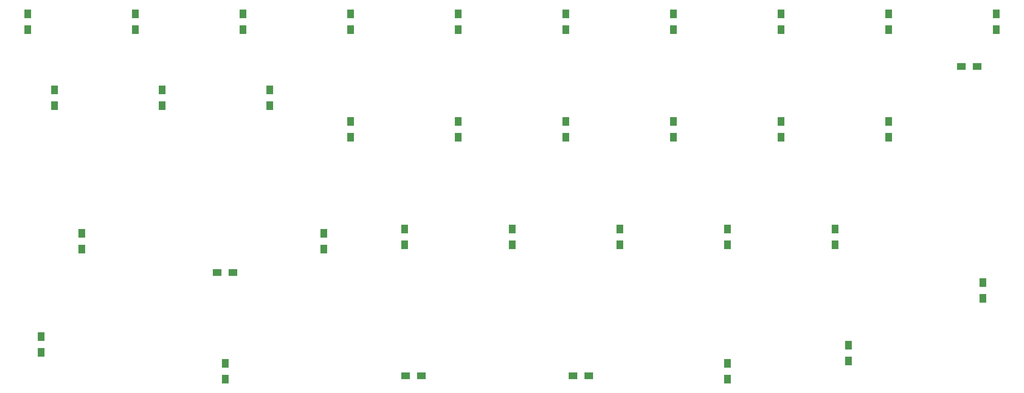
<source format=gbr>
%TF.GenerationSoftware,KiCad,Pcbnew,(7.0.0)*%
%TF.CreationDate,2023-05-17T15:52:51+02:00*%
%TF.ProjectId,Alpha-ISO BLE,416c7068-612d-4495-934f-20424c452e6b,rev?*%
%TF.SameCoordinates,Original*%
%TF.FileFunction,Paste,Bot*%
%TF.FilePolarity,Positive*%
%FSLAX46Y46*%
G04 Gerber Fmt 4.6, Leading zero omitted, Abs format (unit mm)*
G04 Created by KiCad (PCBNEW (7.0.0)) date 2023-05-17 15:52:51*
%MOMM*%
%LPD*%
G01*
G04 APERTURE LIST*
%ADD10R,1.200000X1.600000*%
%ADD11R,1.600000X1.200000*%
G04 APERTURE END LIST*
D10*
%TO.C,D6*%
X149224999Y-75218749D03*
X149224999Y-72418749D03*
%TD*%
%TO.C,D17*%
X87312499Y-47812499D03*
X87312499Y-50612499D03*
%TD*%
%TO.C,D35*%
X130174999Y-75218749D03*
X130174999Y-72418749D03*
%TD*%
%TO.C,D9*%
X158749999Y-37118749D03*
X158749999Y-34318749D03*
%TD*%
D11*
%TO.C,D24*%
X143766999Y-98424999D03*
X140966999Y-98424999D03*
%TD*%
D10*
%TO.C,D31*%
X196849999Y-56168749D03*
X196849999Y-53368749D03*
%TD*%
%TO.C,D13*%
X168274999Y-75218749D03*
X168274999Y-72418749D03*
%TD*%
%TO.C,D18*%
X177799999Y-56168749D03*
X177799999Y-53368749D03*
%TD*%
D11*
%TO.C,D12*%
X80774999Y-80168749D03*
X77974999Y-80168749D03*
%TD*%
D10*
%TO.C,D20*%
X187324999Y-75218749D03*
X187324999Y-72418749D03*
%TD*%
%TO.C,D37*%
X213518749Y-84743749D03*
X213518749Y-81943749D03*
%TD*%
D11*
%TO.C,D32*%
X209737499Y-43656249D03*
X212537499Y-43656249D03*
%TD*%
D10*
%TO.C,D29*%
X120649999Y-56168749D03*
X120649999Y-53368749D03*
%TD*%
%TO.C,D2*%
X139699999Y-37118749D03*
X139699999Y-34318749D03*
%TD*%
%TO.C,D15*%
X82549999Y-37118749D03*
X82549999Y-34318749D03*
%TD*%
%TO.C,D28*%
X101599999Y-56168749D03*
X101599999Y-53368749D03*
%TD*%
%TO.C,D34*%
X111124999Y-75218749D03*
X111124999Y-72418749D03*
%TD*%
%TO.C,D16*%
X177799999Y-37118749D03*
X177799999Y-34318749D03*
%TD*%
%TO.C,D40*%
X168274999Y-99031249D03*
X168274999Y-96231249D03*
%TD*%
%TO.C,D23*%
X120649999Y-37118749D03*
X120649999Y-34318749D03*
%TD*%
%TO.C,D4*%
X139699999Y-56168749D03*
X139699999Y-53368749D03*
%TD*%
%TO.C,D11*%
X158749999Y-56168749D03*
X158749999Y-53368749D03*
%TD*%
%TO.C,D3*%
X49212499Y-47812499D03*
X49212499Y-50612499D03*
%TD*%
%TO.C,D25*%
X196849999Y-37118749D03*
X196849999Y-34318749D03*
%TD*%
%TO.C,D19*%
X96837499Y-73212499D03*
X96837499Y-76012499D03*
%TD*%
%TO.C,D14*%
X79374999Y-99031249D03*
X79374999Y-96231249D03*
%TD*%
%TO.C,D22*%
X101599999Y-37118749D03*
X101599999Y-34318749D03*
%TD*%
%TO.C,D1*%
X44449999Y-37118749D03*
X44449999Y-34318749D03*
%TD*%
%TO.C,D10*%
X68262499Y-47812499D03*
X68262499Y-50612499D03*
%TD*%
%TO.C,D7*%
X46831249Y-94268749D03*
X46831249Y-91468749D03*
%TD*%
%TO.C,D5*%
X53974999Y-73212499D03*
X53974999Y-76012499D03*
%TD*%
%TO.C,D27*%
X189706249Y-95856249D03*
X189706249Y-93056249D03*
%TD*%
D11*
%TO.C,D21*%
X111312499Y-98424999D03*
X114112499Y-98424999D03*
%TD*%
D10*
%TO.C,D8*%
X63499999Y-37118749D03*
X63499999Y-34318749D03*
%TD*%
%TO.C,D26*%
X215899999Y-37118749D03*
X215899999Y-34318749D03*
%TD*%
M02*

</source>
